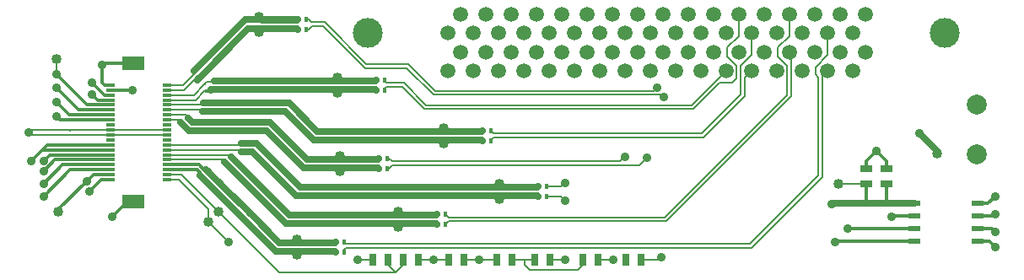
<source format=gtl>
G04 (created by PCBNEW (2013-mar-13)-testing) date Sun 10 Nov 2013 04:18:21 PM CET*
%MOIN*%
G04 Gerber Fmt 3.4, Leading zero omitted, Abs format*
%FSLAX34Y34*%
G01*
G70*
G90*
G04 APERTURE LIST*
%ADD10C,0.005906*%
%ADD11R,0.045000X0.025000*%
%ADD12R,0.025000X0.045000*%
%ADD13C,0.059055*%
%ADD14C,0.118110*%
%ADD15R,0.035433X0.011811*%
%ADD16R,0.086614X0.053150*%
%ADD17C,0.078740*%
%ADD18C,0.040000*%
%ADD19R,0.045000X0.020000*%
%ADD20R,0.015700X0.023600*%
%ADD21R,0.023600X0.015700*%
%ADD22C,0.035000*%
%ADD23C,0.008200*%
%ADD24C,0.011811*%
%ADD25C,0.027000*%
G04 APERTURE END LIST*
G54D10*
G54D11*
X73100Y-54700D03*
X73100Y-55300D03*
X73900Y-54700D03*
X73900Y-55300D03*
G54D12*
X56600Y-58300D03*
X57200Y-58300D03*
X63600Y-58300D03*
X64200Y-58300D03*
G54D13*
X73059Y-50098D03*
X73059Y-48598D03*
X72559Y-50848D03*
X72559Y-49348D03*
X72059Y-50098D03*
X72059Y-48598D03*
X71559Y-50848D03*
X71559Y-49348D03*
X71059Y-50098D03*
X71059Y-48598D03*
X70559Y-50848D03*
X70559Y-49348D03*
X70059Y-50098D03*
X70059Y-48598D03*
X69559Y-50848D03*
X69559Y-49348D03*
X69059Y-50098D03*
X69059Y-48598D03*
X68559Y-50848D03*
X68559Y-49348D03*
X68059Y-50098D03*
X68059Y-48598D03*
X67559Y-50848D03*
X67559Y-49348D03*
X67059Y-50098D03*
X67059Y-48598D03*
X66559Y-50848D03*
X66559Y-49348D03*
X66059Y-50098D03*
X66059Y-48598D03*
X65559Y-50848D03*
X65559Y-49348D03*
X65059Y-50098D03*
X65059Y-48598D03*
X64559Y-50848D03*
X64559Y-49348D03*
X64059Y-50098D03*
X64059Y-48598D03*
X63559Y-50848D03*
X63559Y-49348D03*
X63059Y-50098D03*
X63059Y-48598D03*
X62559Y-50848D03*
X62559Y-49348D03*
X62059Y-50098D03*
X62059Y-48598D03*
X61559Y-50848D03*
X61559Y-49348D03*
X61059Y-50098D03*
X61059Y-48598D03*
X60559Y-50848D03*
X60559Y-49348D03*
X60059Y-50098D03*
X60059Y-48598D03*
X59559Y-50848D03*
X59559Y-49348D03*
X59059Y-50098D03*
X59059Y-48598D03*
X58559Y-50848D03*
X58559Y-49348D03*
X58059Y-50098D03*
X58059Y-48598D03*
X57559Y-50848D03*
X57559Y-49348D03*
X57059Y-50098D03*
X57059Y-48598D03*
X56559Y-50848D03*
X56559Y-49348D03*
G54D14*
X53409Y-49348D03*
X76208Y-49348D03*
G54D15*
X45486Y-55140D03*
X43242Y-55140D03*
X45486Y-54944D03*
X43242Y-54944D03*
X45486Y-54747D03*
X43242Y-54747D03*
X45486Y-54550D03*
X43242Y-54550D03*
X45486Y-54353D03*
X43242Y-54353D03*
X45486Y-54156D03*
X43242Y-54156D03*
X45486Y-53959D03*
X43242Y-53959D03*
X45486Y-53762D03*
X43242Y-53762D03*
X45486Y-53566D03*
X43242Y-53566D03*
X45486Y-53369D03*
X43242Y-53369D03*
X45486Y-53172D03*
X43242Y-53172D03*
X45486Y-52975D03*
X43242Y-52975D03*
X45486Y-52778D03*
X43242Y-52778D03*
X45486Y-52581D03*
X43242Y-52581D03*
X45486Y-52385D03*
X43242Y-52385D03*
X45486Y-52188D03*
X43242Y-52188D03*
X45486Y-51991D03*
X43242Y-51991D03*
X45486Y-51794D03*
X43242Y-51794D03*
X45486Y-51597D03*
X43242Y-51597D03*
X45486Y-51400D03*
X43242Y-51400D03*
G54D16*
X44128Y-55999D03*
X44128Y-50544D03*
G54D17*
X77460Y-54134D03*
X77460Y-52165D03*
G54D18*
X41180Y-56390D03*
X72000Y-55300D03*
X41090Y-50370D03*
X50600Y-58100D03*
X50600Y-57500D03*
X54600Y-57000D03*
X54600Y-56400D03*
X58600Y-55900D03*
X58600Y-55300D03*
X52300Y-54800D03*
X52300Y-54200D03*
X56400Y-53700D03*
X56400Y-53100D03*
X52200Y-51700D03*
X52200Y-51100D03*
X49100Y-49300D03*
X49100Y-48700D03*
X47100Y-56800D03*
X47500Y-56400D03*
X75900Y-54100D03*
G54D12*
X60000Y-58300D03*
X60600Y-58300D03*
X54800Y-58300D03*
X55400Y-58300D03*
X61900Y-58300D03*
X62500Y-58300D03*
X54200Y-58300D03*
X53600Y-58300D03*
X59100Y-58300D03*
X58500Y-58300D03*
G54D19*
X75000Y-57580D03*
X75000Y-57080D03*
X75000Y-56580D03*
X75000Y-56080D03*
X77500Y-56080D03*
X77500Y-56580D03*
X77500Y-57080D03*
X77500Y-57580D03*
G54D20*
X54077Y-51600D03*
X53723Y-51600D03*
X54077Y-51200D03*
X53723Y-51200D03*
X50977Y-48800D03*
X50623Y-48800D03*
X50977Y-49200D03*
X50623Y-49200D03*
X58277Y-53200D03*
X57923Y-53200D03*
X58277Y-53600D03*
X57923Y-53600D03*
X54177Y-54300D03*
X53823Y-54300D03*
X54177Y-54700D03*
X53823Y-54700D03*
X60477Y-55400D03*
X60123Y-55400D03*
X60477Y-55800D03*
X60123Y-55800D03*
X56477Y-56500D03*
X56123Y-56500D03*
X56477Y-56900D03*
X56123Y-56900D03*
X52477Y-57600D03*
X52123Y-57600D03*
X52477Y-58000D03*
X52123Y-58000D03*
G54D21*
X51600Y-57977D03*
X51600Y-57623D03*
X55600Y-56877D03*
X55600Y-56523D03*
X59600Y-55777D03*
X59600Y-55423D03*
X53300Y-54677D03*
X53300Y-54323D03*
X57400Y-53577D03*
X57400Y-53223D03*
X50100Y-49177D03*
X50100Y-48823D03*
X53200Y-51223D03*
X53200Y-51577D03*
G54D22*
X61200Y-58300D03*
X47900Y-57600D03*
X71730Y-56090D03*
X56000Y-58300D03*
X63100Y-58300D03*
X65000Y-58200D03*
X57800Y-58300D03*
X53000Y-58300D03*
X73500Y-54000D03*
X78200Y-57800D03*
X78200Y-57200D03*
X78200Y-56500D03*
X78200Y-55800D03*
X74100Y-56600D03*
X43300Y-56600D03*
X42900Y-50600D03*
X44100Y-51600D03*
X40100Y-54400D03*
X40600Y-54400D03*
X40600Y-54800D03*
X40600Y-55300D03*
X40600Y-55800D03*
X40010Y-53260D03*
X72380Y-57060D03*
X71870Y-57590D03*
X75200Y-53300D03*
X64840Y-51490D03*
X65090Y-51860D03*
X63560Y-54240D03*
X64430Y-54270D03*
X61190Y-55260D03*
X61220Y-55970D03*
X42300Y-55200D03*
X42400Y-55600D03*
X42500Y-51300D03*
X42500Y-51760D03*
X41090Y-50970D03*
X41100Y-51510D03*
X41100Y-52070D03*
X41100Y-52640D03*
G54D23*
X72000Y-55300D02*
X73100Y-55300D01*
X60600Y-58300D02*
X61200Y-58300D01*
X47100Y-56800D02*
X47900Y-57600D01*
X45486Y-55140D02*
X45940Y-55140D01*
X47100Y-56300D02*
X47100Y-56800D01*
X45940Y-55140D02*
X47100Y-56300D01*
G54D24*
X73100Y-55300D02*
X73100Y-56080D01*
X73100Y-56080D02*
X73100Y-56000D01*
X73100Y-56000D02*
X73100Y-56080D01*
X73900Y-55300D02*
X73900Y-56080D01*
X73900Y-56080D02*
X73900Y-56100D01*
X73900Y-56100D02*
X73900Y-56080D01*
G54D25*
X75000Y-56080D02*
X73900Y-56080D01*
X73900Y-56080D02*
X73100Y-56080D01*
X73100Y-56080D02*
X71740Y-56080D01*
X71740Y-56080D02*
X71730Y-56090D01*
G54D23*
X56000Y-58300D02*
X56600Y-58300D01*
X55400Y-58300D02*
X56000Y-58300D01*
X62500Y-58300D02*
X63100Y-58300D01*
X54077Y-51200D02*
X54077Y-51247D01*
X66217Y-52190D02*
X67559Y-50848D01*
X55700Y-52190D02*
X66217Y-52190D01*
X54830Y-51320D02*
X55700Y-52190D01*
X54150Y-51320D02*
X54830Y-51320D01*
X54077Y-51247D02*
X54150Y-51320D01*
X54077Y-51600D02*
X54077Y-51545D01*
X68059Y-49460D02*
X68059Y-48598D01*
X67600Y-49920D02*
X68059Y-49460D01*
X67600Y-50260D02*
X67600Y-49920D01*
X67980Y-50640D02*
X67600Y-50260D01*
X67980Y-51140D02*
X67980Y-50640D01*
X67800Y-51320D02*
X67980Y-51140D01*
X67302Y-51320D02*
X67800Y-51320D01*
X66280Y-52342D02*
X67302Y-51320D01*
X55637Y-52342D02*
X66280Y-52342D01*
X54767Y-51472D02*
X55637Y-52342D01*
X54150Y-51472D02*
X54767Y-51472D01*
X54077Y-51545D02*
X54150Y-51472D01*
X58277Y-53200D02*
X58277Y-53237D01*
X68559Y-50220D02*
X68559Y-49348D01*
X68140Y-50640D02*
X68559Y-50220D01*
X68140Y-51780D02*
X68140Y-50640D01*
X66600Y-53320D02*
X68140Y-51780D01*
X58360Y-53320D02*
X66600Y-53320D01*
X58277Y-53237D02*
X58360Y-53320D01*
X58277Y-53600D02*
X58277Y-53575D01*
X68292Y-51115D02*
X68559Y-50848D01*
X68292Y-51842D02*
X68292Y-51115D01*
X66662Y-53472D02*
X68292Y-51842D01*
X58380Y-53472D02*
X66662Y-53472D01*
X58277Y-53575D02*
X58380Y-53472D01*
X64200Y-58300D02*
X64900Y-58300D01*
X64900Y-58300D02*
X65000Y-58200D01*
X58500Y-58300D02*
X57800Y-58300D01*
X57800Y-58300D02*
X57200Y-58300D01*
X53600Y-58300D02*
X53000Y-58300D01*
G54D24*
X73900Y-54700D02*
X73900Y-54400D01*
X73100Y-54400D02*
X73500Y-54000D01*
X73100Y-54400D02*
X73100Y-54700D01*
X73900Y-54400D02*
X73500Y-54000D01*
X77500Y-57580D02*
X77980Y-57580D01*
X77980Y-57580D02*
X78200Y-57800D01*
X77500Y-57080D02*
X78080Y-57080D01*
X78080Y-57080D02*
X78200Y-57200D01*
X77500Y-56580D02*
X78120Y-56580D01*
X78120Y-56580D02*
X78200Y-56500D01*
X77500Y-56080D02*
X77920Y-56080D01*
X77920Y-56080D02*
X78200Y-55800D01*
X75000Y-56580D02*
X74120Y-56580D01*
X74120Y-56580D02*
X74100Y-56600D01*
X44128Y-55999D02*
X43900Y-55999D01*
X43900Y-55999D02*
X43300Y-56600D01*
X44128Y-50544D02*
X42955Y-50544D01*
X43000Y-51400D02*
X42900Y-51300D01*
X42900Y-51300D02*
X42900Y-50600D01*
X43000Y-51400D02*
X43242Y-51400D01*
X42955Y-50544D02*
X42900Y-50600D01*
X43242Y-51597D02*
X44097Y-51597D01*
X44097Y-51597D02*
X44100Y-51600D01*
X43242Y-53762D02*
X40737Y-53762D01*
X40540Y-53959D02*
X40100Y-54400D01*
X40540Y-53959D02*
X43242Y-53959D01*
X40737Y-53762D02*
X40100Y-54400D01*
X43242Y-54156D02*
X40843Y-54156D01*
X40843Y-54156D02*
X40600Y-54400D01*
X43242Y-54353D02*
X41046Y-54353D01*
X41046Y-54353D02*
X40600Y-54800D01*
X43242Y-54550D02*
X41349Y-54550D01*
X41349Y-54550D02*
X40600Y-55300D01*
X43242Y-54747D02*
X41652Y-54747D01*
X41652Y-54747D02*
X40600Y-55800D01*
G54D23*
X41650Y-53369D02*
X40119Y-53369D01*
X40119Y-53369D02*
X40010Y-53260D01*
X41630Y-53190D02*
X41630Y-53172D01*
X40010Y-53260D02*
X40097Y-53172D01*
X40097Y-53172D02*
X41612Y-53172D01*
X41612Y-53172D02*
X41630Y-53190D01*
X43242Y-53369D02*
X41650Y-53369D01*
X41650Y-53369D02*
X41590Y-53369D01*
X41590Y-53369D02*
X41580Y-53380D01*
X43242Y-53172D02*
X41630Y-53172D01*
X41630Y-53172D02*
X41582Y-53172D01*
X41582Y-53172D02*
X41580Y-53170D01*
X43242Y-53369D02*
X45486Y-53369D01*
X43242Y-53172D02*
X45486Y-53172D01*
G54D24*
X75000Y-57080D02*
X72400Y-57080D01*
X72400Y-57080D02*
X72380Y-57060D01*
X75000Y-57580D02*
X71880Y-57580D01*
X71880Y-57580D02*
X71870Y-57590D01*
G54D25*
X75900Y-54100D02*
X75900Y-54000D01*
X75900Y-54000D02*
X75200Y-53300D01*
G54D23*
X61900Y-58300D02*
X61900Y-58500D01*
X59600Y-58500D02*
X59600Y-58300D01*
X59800Y-58700D02*
X59600Y-58500D01*
X61700Y-58700D02*
X59800Y-58700D01*
X61900Y-58500D02*
X61700Y-58700D01*
X59100Y-58300D02*
X59400Y-58300D01*
X59400Y-58300D02*
X59600Y-58300D01*
X59600Y-58300D02*
X60000Y-58300D01*
X54200Y-58300D02*
X54200Y-58500D01*
X54200Y-58500D02*
X54500Y-58800D01*
X47500Y-56400D02*
X49900Y-58800D01*
X54800Y-58500D02*
X54800Y-58300D01*
X54500Y-58800D02*
X54800Y-58500D01*
X49900Y-58800D02*
X54500Y-58800D01*
X45486Y-54944D02*
X46044Y-54944D01*
X46044Y-54944D02*
X47500Y-56400D01*
X53760Y-57680D02*
X68505Y-57680D01*
X52477Y-57637D02*
X52520Y-57680D01*
X52520Y-57680D02*
X53760Y-57680D01*
X52477Y-57600D02*
X52477Y-57637D01*
X71559Y-50220D02*
X71559Y-49348D01*
X71090Y-50690D02*
X71559Y-50220D01*
X71090Y-50970D02*
X71090Y-50690D01*
X71217Y-51097D02*
X71090Y-50970D01*
X71217Y-54967D02*
X71217Y-51097D01*
X68505Y-57680D02*
X71217Y-54967D01*
X53750Y-57832D02*
X68567Y-57832D01*
X71370Y-51037D02*
X71559Y-50848D01*
X71370Y-55030D02*
X71370Y-51037D01*
X68567Y-57832D02*
X71370Y-55030D01*
X52477Y-58000D02*
X52477Y-57895D01*
X52540Y-57832D02*
X53750Y-57832D01*
X53750Y-57832D02*
X53760Y-57832D01*
X52477Y-57895D02*
X52540Y-57832D01*
X57430Y-56627D02*
X65132Y-56627D01*
X56482Y-56500D02*
X56610Y-56627D01*
X56610Y-56627D02*
X57430Y-56627D01*
X56477Y-56500D02*
X56482Y-56500D01*
X70059Y-49470D02*
X70059Y-48598D01*
X69620Y-49910D02*
X70059Y-49470D01*
X69620Y-50280D02*
X69620Y-49910D01*
X69970Y-50630D02*
X69620Y-50280D01*
X69970Y-51790D02*
X69970Y-50630D01*
X65132Y-56627D02*
X69970Y-51790D01*
X57380Y-56780D02*
X65194Y-56780D01*
X70122Y-50161D02*
X70059Y-50098D01*
X70122Y-51852D02*
X70122Y-50161D01*
X65194Y-56780D02*
X70122Y-51852D01*
X56477Y-56900D02*
X56477Y-56893D01*
X56590Y-56780D02*
X57380Y-56780D01*
X57380Y-56780D02*
X57430Y-56780D01*
X56477Y-56893D02*
X56590Y-56780D01*
X64490Y-51627D02*
X64702Y-51627D01*
X57870Y-51627D02*
X64490Y-51627D01*
X64702Y-51627D02*
X64840Y-51490D01*
X51510Y-48920D02*
X51694Y-48920D01*
X51060Y-48800D02*
X51180Y-48920D01*
X51180Y-48920D02*
X51510Y-48920D01*
X50977Y-48800D02*
X51060Y-48800D01*
X56062Y-51627D02*
X57870Y-51627D01*
X57870Y-51627D02*
X57890Y-51627D01*
X55012Y-50577D02*
X56062Y-51627D01*
X53352Y-50577D02*
X55012Y-50577D01*
X51694Y-48920D02*
X53352Y-50577D01*
X64490Y-51780D02*
X65010Y-51780D01*
X65010Y-51780D02*
X65090Y-51860D01*
X64520Y-51780D02*
X64490Y-51780D01*
X64490Y-51780D02*
X59190Y-51780D01*
X51632Y-49072D02*
X53290Y-50730D01*
X53290Y-50730D02*
X54950Y-50730D01*
X54950Y-50730D02*
X56000Y-51780D01*
X56000Y-51780D02*
X59190Y-51780D01*
X51062Y-49200D02*
X50977Y-49200D01*
X51190Y-49072D02*
X51500Y-49072D01*
X51062Y-49200D02*
X51190Y-49072D01*
X51500Y-49072D02*
X51632Y-49072D01*
X55200Y-54420D02*
X63380Y-54420D01*
X63380Y-54420D02*
X63560Y-54240D01*
X54177Y-54300D02*
X54250Y-54300D01*
X54370Y-54420D02*
X55200Y-54420D01*
X55200Y-54420D02*
X55220Y-54420D01*
X55220Y-54420D02*
X55230Y-54420D01*
X54250Y-54300D02*
X54370Y-54420D01*
X54980Y-54572D02*
X64127Y-54572D01*
X64127Y-54572D02*
X64430Y-54270D01*
X54177Y-54700D02*
X54252Y-54700D01*
X54380Y-54572D02*
X54980Y-54572D01*
X54980Y-54572D02*
X55020Y-54572D01*
X54252Y-54700D02*
X54380Y-54572D01*
G54D25*
X50100Y-49177D02*
X49223Y-49177D01*
X49223Y-49177D02*
X49100Y-49300D01*
X50100Y-49177D02*
X50600Y-49177D01*
X50600Y-49177D02*
X50623Y-49200D01*
G54D23*
X45486Y-51597D02*
X46132Y-51597D01*
X46660Y-51070D02*
X46660Y-51190D01*
X46132Y-51597D02*
X46660Y-51070D01*
G54D25*
X50100Y-49177D02*
X48673Y-49177D01*
X48673Y-49177D02*
X46660Y-51190D01*
X46660Y-51190D02*
X46720Y-51130D01*
X50100Y-48823D02*
X50600Y-48823D01*
X50600Y-48823D02*
X50623Y-48800D01*
X50100Y-48823D02*
X49223Y-48823D01*
X49223Y-48823D02*
X49100Y-48700D01*
G54D23*
X45486Y-51400D02*
X46089Y-51400D01*
X46630Y-50860D02*
X46630Y-50739D01*
X46089Y-51400D02*
X46630Y-50860D01*
G54D25*
X50623Y-48800D02*
X48569Y-48800D01*
X48569Y-48800D02*
X46630Y-50739D01*
X46630Y-50739D02*
X46529Y-50839D01*
G54D24*
X52200Y-51700D02*
X52100Y-51700D01*
X52100Y-51700D02*
X51977Y-51577D01*
X47000Y-51650D02*
X47450Y-51650D01*
X47450Y-51650D02*
X47523Y-51577D01*
G54D25*
X53200Y-51577D02*
X53686Y-51577D01*
X53700Y-51563D02*
X53723Y-51600D01*
X53686Y-51577D02*
X53700Y-51563D01*
G54D23*
X46940Y-51650D02*
X47000Y-51650D01*
X47000Y-51650D02*
X47140Y-51650D01*
X46598Y-51991D02*
X46940Y-51650D01*
X45486Y-51991D02*
X46598Y-51991D01*
X47140Y-51650D02*
X47213Y-51577D01*
G54D25*
X53200Y-51577D02*
X51977Y-51577D01*
X51977Y-51577D02*
X47523Y-51577D01*
X47523Y-51577D02*
X47213Y-51577D01*
X47213Y-51577D02*
X47190Y-51600D01*
X53200Y-51223D02*
X52323Y-51223D01*
X52323Y-51223D02*
X52200Y-51100D01*
X53200Y-51223D02*
X53700Y-51223D01*
X53700Y-51223D02*
X53723Y-51200D01*
G54D23*
X46950Y-51380D02*
X47050Y-51280D01*
X47296Y-51280D02*
X47353Y-51223D01*
X47050Y-51280D02*
X47296Y-51280D01*
G54D25*
X53200Y-51223D02*
X47353Y-51223D01*
X47353Y-51223D02*
X47340Y-51236D01*
G54D23*
X45486Y-51794D02*
X46535Y-51794D01*
X46535Y-51794D02*
X46950Y-51380D01*
X46950Y-51380D02*
X46960Y-51370D01*
G54D25*
X51600Y-57977D02*
X52100Y-57977D01*
X52100Y-57977D02*
X52123Y-58000D01*
X50850Y-57977D02*
X49777Y-57977D01*
X49777Y-57977D02*
X46780Y-54980D01*
G54D24*
X45486Y-54747D02*
X46657Y-54747D01*
X46657Y-54747D02*
X46820Y-54910D01*
G54D25*
X51600Y-57977D02*
X50850Y-57977D01*
X50850Y-57977D02*
X50723Y-57977D01*
X50723Y-57977D02*
X50600Y-58100D01*
X51600Y-57623D02*
X52100Y-57623D01*
X52100Y-57623D02*
X52123Y-57600D01*
X47090Y-54809D02*
X47090Y-54806D01*
X47006Y-54725D02*
X47090Y-54809D01*
X47645Y-55364D02*
X47006Y-54725D01*
X47006Y-54723D02*
X47006Y-54725D01*
X47090Y-54806D02*
X47006Y-54723D01*
X48800Y-56519D02*
X47645Y-55364D01*
X47645Y-55364D02*
X47530Y-55249D01*
X51070Y-57623D02*
X49903Y-57623D01*
X49903Y-57623D02*
X48800Y-56519D01*
X48800Y-56519D02*
X48750Y-56469D01*
G54D24*
X45486Y-54550D02*
X46726Y-54550D01*
X46726Y-54550D02*
X46953Y-54776D01*
G54D25*
X51600Y-57623D02*
X51070Y-57623D01*
X51070Y-57623D02*
X50723Y-57623D01*
X50723Y-57623D02*
X50600Y-57500D01*
X55600Y-56877D02*
X54723Y-56877D01*
X54723Y-56877D02*
X54600Y-57000D01*
X55600Y-56877D02*
X56100Y-56877D01*
X56100Y-56877D02*
X56123Y-56900D01*
X48215Y-54915D02*
X47740Y-54440D01*
G54D23*
X45486Y-54353D02*
X47783Y-54353D01*
X47783Y-54353D02*
X47870Y-54440D01*
G54D25*
X55600Y-56877D02*
X50177Y-56877D01*
X50177Y-56877D02*
X48215Y-54915D01*
X48215Y-54915D02*
X48200Y-54900D01*
X55600Y-56523D02*
X54723Y-56523D01*
X54723Y-56523D02*
X54600Y-56400D01*
X54600Y-56400D02*
X54600Y-56536D01*
X54600Y-56536D02*
X54600Y-56400D01*
X55600Y-56523D02*
X56100Y-56523D01*
X56100Y-56523D02*
X56123Y-56500D01*
G54D23*
X45486Y-54156D02*
X48016Y-54156D01*
X48020Y-54160D02*
X48020Y-54239D01*
X48016Y-54156D02*
X48020Y-54160D01*
G54D25*
X55600Y-56523D02*
X50303Y-56523D01*
X50303Y-56523D02*
X48020Y-54239D01*
X48020Y-54239D02*
X48005Y-54224D01*
X59600Y-55777D02*
X58723Y-55777D01*
X58723Y-55777D02*
X58600Y-55900D01*
X59600Y-55777D02*
X60100Y-55777D01*
X60100Y-55777D02*
X60123Y-55800D01*
X50600Y-55777D02*
X50567Y-55777D01*
X48840Y-54050D02*
X48410Y-54050D01*
X50567Y-55777D02*
X48840Y-54050D01*
G54D23*
X45486Y-53959D02*
X48409Y-53959D01*
X48409Y-53959D02*
X48410Y-53960D01*
G54D25*
X59600Y-55777D02*
X50600Y-55777D01*
X50600Y-55777D02*
X50597Y-55777D01*
X50597Y-55777D02*
X50597Y-55777D01*
X59600Y-55423D02*
X58723Y-55423D01*
X58723Y-55423D02*
X58600Y-55300D01*
X59600Y-55423D02*
X60100Y-55423D01*
X60100Y-55423D02*
X60123Y-55400D01*
G54D23*
X45486Y-53762D02*
X48357Y-53762D01*
G54D25*
X49494Y-54194D02*
X49009Y-53709D01*
X49009Y-53709D02*
X48410Y-53709D01*
X50723Y-55423D02*
X49495Y-54194D01*
X50723Y-55423D02*
X59600Y-55423D01*
X49495Y-54194D02*
X49494Y-54194D01*
G54D23*
X48357Y-53762D02*
X48410Y-53709D01*
G54D25*
X53300Y-54677D02*
X52423Y-54677D01*
X52423Y-54677D02*
X52300Y-54800D01*
X53300Y-54677D02*
X53800Y-54677D01*
X53800Y-54677D02*
X53823Y-54700D01*
G54D23*
X45486Y-52778D02*
X45908Y-52778D01*
G54D25*
X50867Y-54677D02*
X49390Y-53200D01*
X49390Y-53200D02*
X46330Y-53200D01*
X46330Y-53200D02*
X46010Y-52880D01*
X50867Y-54677D02*
X53300Y-54677D01*
G54D23*
X45908Y-52778D02*
X46010Y-52880D01*
G54D25*
X53300Y-54323D02*
X52423Y-54323D01*
X52423Y-54323D02*
X52300Y-54200D01*
X53300Y-54323D02*
X53800Y-54323D01*
X53800Y-54323D02*
X53823Y-54300D01*
G54D23*
X45486Y-52581D02*
X46192Y-52581D01*
G54D25*
X50993Y-54323D02*
X49530Y-52859D01*
X49530Y-52859D02*
X46470Y-52859D01*
X46470Y-52859D02*
X46310Y-52699D01*
X50993Y-54323D02*
X53300Y-54323D01*
G54D23*
X46192Y-52581D02*
X46310Y-52699D01*
G54D25*
X57400Y-53577D02*
X56523Y-53577D01*
X56523Y-53577D02*
X56400Y-53700D01*
X57400Y-53577D02*
X57900Y-53577D01*
X57900Y-53577D02*
X57923Y-53600D01*
G54D23*
X45486Y-52385D02*
X46815Y-52385D01*
G54D25*
X51277Y-53577D02*
X50150Y-52450D01*
X50150Y-52450D02*
X46880Y-52450D01*
X51277Y-53577D02*
X57400Y-53577D01*
G54D23*
X46815Y-52385D02*
X46880Y-52450D01*
G54D25*
X57400Y-53223D02*
X56523Y-53223D01*
X56523Y-53223D02*
X56400Y-53100D01*
X57400Y-53223D02*
X57900Y-53223D01*
X57900Y-53223D02*
X57923Y-53200D01*
G54D23*
X45486Y-52188D02*
X46894Y-52188D01*
X46910Y-52203D02*
X46910Y-52109D01*
X46894Y-52188D02*
X46910Y-52203D01*
G54D25*
X57400Y-53223D02*
X51403Y-53223D01*
X50290Y-52109D02*
X46910Y-52109D01*
X46910Y-52109D02*
X46910Y-52109D01*
X51403Y-53223D02*
X50290Y-52109D01*
G54D23*
X60477Y-55400D02*
X61050Y-55400D01*
X61050Y-55400D02*
X61190Y-55260D01*
X60477Y-55800D02*
X61050Y-55800D01*
X61050Y-55800D02*
X61220Y-55970D01*
G54D24*
X43242Y-54944D02*
X42555Y-54944D01*
X42555Y-54944D02*
X42300Y-55200D01*
X41180Y-56390D02*
X41180Y-56320D01*
X41180Y-56320D02*
X42300Y-55200D01*
X43242Y-55140D02*
X42859Y-55140D01*
X42859Y-55140D02*
X42400Y-55600D01*
X43242Y-51794D02*
X42994Y-51794D01*
X42994Y-51794D02*
X42500Y-51300D01*
X43242Y-51991D02*
X42731Y-51991D01*
X42731Y-51991D02*
X42500Y-51760D01*
G54D23*
X41090Y-50370D02*
X41090Y-50970D01*
G54D24*
X42308Y-52188D02*
X41090Y-50970D01*
X42308Y-52188D02*
X43242Y-52188D01*
X43242Y-52385D02*
X41975Y-52385D01*
X41975Y-52385D02*
X41100Y-51510D01*
X43242Y-52581D02*
X41611Y-52581D01*
X41611Y-52581D02*
X41100Y-52070D01*
X43242Y-52778D02*
X41238Y-52778D01*
X41238Y-52778D02*
X41100Y-52640D01*
M02*

</source>
